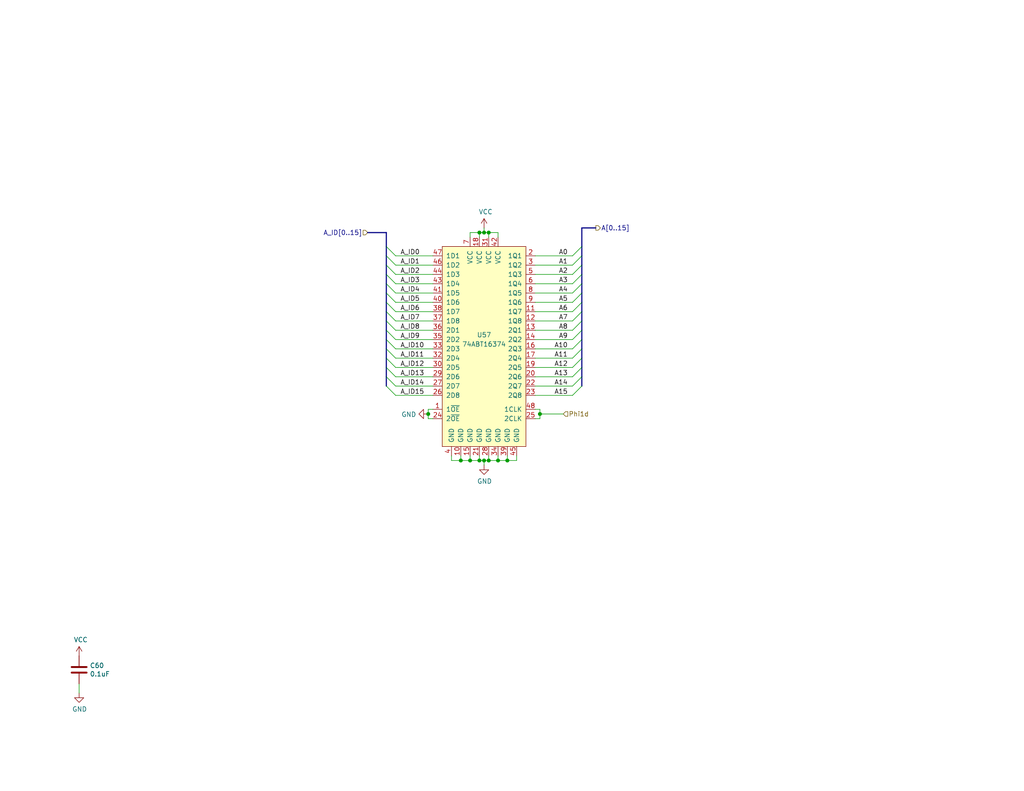
<source format=kicad_sch>
(kicad_sch (version 20250114) (generator "eeschema") (generator_version "9.0")
  (paper "USLetter")
  (title_block (date "2023-11-25") (rev "A"))
  (lib_symbols
    (symbol "Device:C" (pin_numbers (hide yes)) (pin_names (offset 0.254))
      (property "Reference" "C" (at 0.635 2.54 0))
      (property "Value" "C" (at 0.635 -2.54 0))
      (symbol "C_0_1"
        (polyline (pts (xy -2.032 0.762) (xy 2.032 0.762)) (stroke (width 0.508)))
        (polyline (pts (xy -2.032 -0.762) (xy 2.032 -0.762)) (stroke (width 0.508)))
      )
      (symbol "C_1_1"
        (pin passive line (at 0 3.81 270) (length 2.794) (name "~") (number "1"))
        (pin passive line (at 0 -3.81 90) (length 2.794) (name "~") (number "2"))
      )
    )
    (symbol "Turtle16:74ABT16374" (pin_names (offset 1.016))
      (symbol "74ABT16374_0_0"
        (pin input line (at -13.97 21.59 0) (length 2.54) (name "1D1") (number "47"))
        (pin input line (at -13.97 19.05 0) (length 2.54) (name "1D2") (number "46"))
        (pin input line (at -13.97 16.51 0) (length 2.54) (name "1D3") (number "44"))
        (pin input line (at -13.97 13.97 0) (length 2.54) (name "1D4") (number "43"))
        (pin input line (at -13.97 11.43 0) (length 2.54) (name "1D5") (number "41"))
        (pin input line (at -13.97 8.89 0) (length 2.54) (name "1D6") (number "40"))
        (pin input line (at -13.97 6.35 0) (length 2.54) (name "1D7") (number "38"))
        (pin input line (at -13.97 3.81 0) (length 2.54) (name "1D8") (number "37"))
        (pin input line (at -13.97 1.27 0) (length 2.54) (name "2D1") (number "36"))
        (pin input line (at -13.97 -1.27 0) (length 2.54) (name "2D2") (number "35"))
        (pin input line (at -13.97 -3.81 0) (length 2.54) (name "2D3") (number "33"))
        (pin input line (at -13.97 -6.35 0) (length 2.54) (name "2D4") (number "32"))
        (pin input line (at -13.97 -8.89 0) (length 2.54) (name "2D5") (number "30"))
        (pin input line (at -13.97 -11.43 0) (length 2.54) (name "2D6") (number "29"))
        (pin input line (at -13.97 -13.97 0) (length 2.54) (name "2D7") (number "27"))
        (pin input line (at -13.97 -16.51 0) (length 2.54) (name "2D8") (number "26"))
        (pin input line (at -13.97 -20.32 0) (length 2.54) (name "1~{OE}") (number "1"))
        (pin input line (at -13.97 -22.86 0) (length 2.54) (name "2~{OE}") (number "24"))
        (pin power_in line (at -8.89 -33.02 90) (length 2.54) (name "GND") (number "4"))
        (pin power_in line (at -6.35 -33.02 90) (length 2.54) (name "GND") (number "10"))
        (pin power_in line (at -3.81 26.67 270) (length 2.54) (name "VCC") (number "7"))
        (pin power_in line (at -3.81 -33.02 90) (length 2.54) (name "GND") (number "15"))
        (pin power_in line (at -1.27 26.67 270) (length 2.54) (name "VCC") (number "18"))
        (pin power_in line (at -1.27 -33.02 90) (length 2.54) (name "GND") (number "21"))
        (pin power_in line (at 1.27 26.67 270) (length 2.54) (name "VCC") (number "31"))
        (pin power_in line (at 1.27 -33.02 90) (length 2.54) (name "GND") (number "28"))
        (pin power_in line (at 3.81 26.67 270) (length 2.54) (name "VCC") (number "42"))
        (pin power_in line (at 3.81 -33.02 90) (length 2.54) (name "GND") (number "34"))
        (pin power_in line (at 6.35 -33.02 90) (length 2.54) (name "GND") (number "39"))
        (pin power_in line (at 8.89 -33.02 90) (length 2.54) (name "GND") (number "45"))
        (pin tri_state line (at 13.97 21.59 180) (length 2.54) (name "1Q1") (number "2"))
        (pin tri_state line (at 13.97 19.05 180) (length 2.54) (name "1Q2") (number "3"))
        (pin tri_state line (at 13.97 16.51 180) (length 2.54) (name "1Q3") (number "5"))
        (pin tri_state line (at 13.97 13.97 180) (length 2.54) (name "1Q4") (number "6"))
        (pin tri_state line (at 13.97 11.43 180) (length 2.54) (name "1Q5") (number "8"))
        (pin tri_state line (at 13.97 8.89 180) (length 2.54) (name "1Q6") (number "9"))
        (pin tri_state line (at 13.97 6.35 180) (length 2.54) (name "1Q7") (number "11"))
        (pin tri_state line (at 13.97 3.81 180) (length 2.54) (name "1Q8") (number "12"))
        (pin tri_state line (at 13.97 1.27 180) (length 2.54) (name "2Q1") (number "13"))
        (pin tri_state line (at 13.97 -1.27 180) (length 2.54) (name "2Q2") (number "14"))
        (pin tri_state line (at 13.97 -3.81 180) (length 2.54) (name "2Q3") (number "16"))
        (pin tri_state line (at 13.97 -6.35 180) (length 2.54) (name "2Q4") (number "17"))
        (pin tri_state line (at 13.97 -8.89 180) (length 2.54) (name "2Q5") (number "19"))
        (pin tri_state line (at 13.97 -11.43 180) (length 2.54) (name "2Q6") (number "20"))
        (pin tri_state line (at 13.97 -13.97 180) (length 2.54) (name "2Q7") (number "22"))
        (pin tri_state line (at 13.97 -16.51 180) (length 2.54) (name "2Q8") (number "23"))
        (pin input line (at 13.97 -20.32 180) (length 2.54) (name "1CLK") (number "48"))
        (pin input line (at 13.97 -22.86 180) (length 2.54) (name "2CLK") (number "25"))
      )
      (symbol "74ABT16374_0_1"
        (rectangle (start -11.43 24.13) (end 11.43 -30.48) (fill (type background)))
      )
    )
    (symbol "power:GND" (power) (pin_names (offset 0))
      (property "Value" "GND" (at 0 -3.81 0))
      (symbol "GND_0_1"
        (polyline (pts (xy 0 0) (xy 0 -1.27) (xy 1.27 -1.27) (xy 0 -2.54) (xy -1.27 -1.27) (xy 0 -1.27)))
      )
      (symbol "GND_1_1"
        (pin power_in line (at 0 0 270) (length 0) (hide yes) (name "GND") (number "1"))
      )
    )
    (symbol "power:VCC" (power) (pin_names (offset 0))
      (property "Value" "VCC" (at 0 3.81 0))
      (symbol "VCC_0_1"
        (polyline (pts (xy -0.762 1.27) (xy 0 2.54)))
        (polyline (pts (xy 0 2.54) (xy 0.762 1.27)))
        (polyline (pts (xy 0 0) (xy 0 2.54)))
      )
      (symbol "VCC_1_1"
        (pin power_in line (at 0 0 90) (length 0) (hide yes) (name "VCC") (number "1"))
      )
    )
  )
  (junction (at 133.35 125.73))
  (junction (at 132.08 63.5))
  (junction (at 128.27 125.73))
  (junction (at 132.08 125.73))
  (junction (at 133.35 63.5))
  (junction (at 138.43 125.73))
  (junction (at 135.89 125.73))
  (junction (at 125.73 125.73))
  (junction (at 147.32 113.03))
  (junction (at 130.81 125.73))
  (junction (at 130.81 63.5))
  (junction (at 116.84 113.03))
  (bus_entry (at 105.41 90.17) (size 2.54 2.54))
  (bus_entry (at 105.41 80.01) (size 2.54 2.54))
  (bus_entry (at 105.41 95.25) (size 2.54 2.54))
  (bus_entry (at 105.41 105.41) (size 2.54 2.54))
  (bus_entry (at 105.41 100.33) (size 2.54 2.54))
  (bus_entry (at 105.41 82.55) (size 2.54 2.54))
  (bus_entry (at 158.75 67.31) (size -2.54 2.54))
  (bus_entry (at 158.75 102.87) (size -2.54 2.54))
  (bus_entry (at 105.41 97.79) (size 2.54 2.54))
  (bus_entry (at 105.41 74.93) (size 2.54 2.54))
  (bus_entry (at 158.75 97.79) (size -2.54 2.54))
  (bus_entry (at 158.75 80.01) (size -2.54 2.54))
  (bus_entry (at 105.41 67.31) (size 2.54 2.54))
  (bus_entry (at 158.75 77.47) (size -2.54 2.54))
  (bus_entry (at 158.75 72.39) (size -2.54 2.54))
  (bus_entry (at 158.75 74.93) (size -2.54 2.54))
  (bus_entry (at 105.41 102.87) (size 2.54 2.54))
  (bus_entry (at 158.75 95.25) (size -2.54 2.54))
  (bus_entry (at 105.41 92.71) (size 2.54 2.54))
  (bus_entry (at 158.75 105.41) (size -2.54 2.54))
  (bus_entry (at 158.75 92.71) (size -2.54 2.54))
  (bus_entry (at 158.75 87.63) (size -2.54 2.54))
  (bus_entry (at 105.41 77.47) (size 2.54 2.54))
  (bus_entry (at 105.41 69.85) (size 2.54 2.54))
  (bus_entry (at 158.75 90.17) (size -2.54 2.54))
  (bus_entry (at 105.41 87.63) (size 2.54 2.54))
  (bus_entry (at 158.75 100.33) (size -2.54 2.54))
  (bus_entry (at 105.41 72.39) (size 2.54 2.54))
  (bus_entry (at 105.41 85.09) (size 2.54 2.54))
  (bus_entry (at 158.75 69.85) (size -2.54 2.54))
  (bus_entry (at 158.75 85.09) (size -2.54 2.54))
  (bus_entry (at 158.75 82.55) (size -2.54 2.54))
  (bus (pts (xy 158.75 74.93) (xy 158.75 77.47)))
  (bus (pts (xy 158.75 80.01) (xy 158.75 82.55)))
  (wire (pts (xy 156.21 97.79) (xy 146.05 97.79)))
  (bus (pts (xy 105.41 72.39) (xy 105.41 74.93)))
  (wire (pts (xy 133.35 63.5) (xy 135.89 63.5)))
  (wire (pts (xy 156.21 82.55) (xy 146.05 82.55)))
  (wire (pts (xy 116.84 111.76) (xy 116.84 113.03)))
  (wire (pts (xy 107.95 97.79) (xy 118.11 97.79)))
  (wire (pts (xy 156.21 80.01) (xy 146.05 80.01)))
  (bus (pts (xy 105.41 102.87) (xy 105.41 105.41)))
  (wire (pts (xy 133.35 125.73) (xy 135.89 125.73)))
  (wire (pts (xy 156.21 74.93) (xy 146.05 74.93)))
  (wire (pts (xy 146.05 111.76) (xy 147.32 111.76)))
  (bus (pts (xy 105.41 77.47) (xy 105.41 80.01)))
  (bus (pts (xy 105.41 85.09) (xy 105.41 87.63)))
  (wire (pts (xy 156.21 105.41) (xy 146.05 105.41)))
  (wire (pts (xy 123.19 124.46) (xy 123.19 125.73)))
  (wire (pts (xy 107.95 92.71) (xy 118.11 92.71)))
  (wire (pts (xy 130.81 124.46) (xy 130.81 125.73)))
  (wire (pts (xy 138.43 124.46) (xy 138.43 125.73)))
  (wire (pts (xy 118.11 111.76) (xy 116.84 111.76)))
  (wire (pts (xy 116.84 113.03) (xy 116.84 114.3)))
  (bus (pts (xy 158.75 72.39) (xy 158.75 74.93)))
  (wire (pts (xy 156.21 72.39) (xy 146.05 72.39)))
  (bus (pts (xy 158.75 69.85) (xy 158.75 72.39)))
  (wire (pts (xy 128.27 124.46) (xy 128.27 125.73)))
  (bus (pts (xy 105.41 82.55) (xy 105.41 85.09)))
  (bus (pts (xy 158.75 87.63) (xy 158.75 90.17)))
  (wire (pts (xy 107.95 87.63) (xy 118.11 87.63)))
  (wire (pts (xy 147.32 111.76) (xy 147.32 113.03)))
  (bus (pts (xy 105.41 92.71) (xy 105.41 95.25)))
  (wire (pts (xy 107.95 69.85) (xy 118.11 69.85)))
  (wire (pts (xy 107.95 90.17) (xy 118.11 90.17)))
  (bus (pts (xy 162.56 62.23) (xy 158.75 62.23)))
  (bus (pts (xy 158.75 92.71) (xy 158.75 95.25)))
  (wire (pts (xy 107.95 95.25) (xy 118.11 95.25)))
  (wire (pts (xy 147.32 114.3) (xy 146.05 114.3)))
  (wire (pts (xy 138.43 125.73) (xy 140.97 125.73)))
  (bus (pts (xy 105.41 90.17) (xy 105.41 92.71)))
  (wire (pts (xy 107.95 80.01) (xy 118.11 80.01)))
  (wire (pts (xy 156.21 69.85) (xy 146.05 69.85)))
  (bus (pts (xy 105.41 80.01) (xy 105.41 82.55)))
  (wire (pts (xy 156.21 90.17) (xy 146.05 90.17)))
  (wire (pts (xy 132.08 125.73) (xy 132.08 127)))
  (bus (pts (xy 105.41 67.31) (xy 105.41 69.85)))
  (wire (pts (xy 128.27 63.5) (xy 130.81 63.5)))
  (bus (pts (xy 158.75 90.17) (xy 158.75 92.71)))
  (bus (pts (xy 158.75 67.31) (xy 158.75 69.85)))
  (wire (pts (xy 156.21 92.71) (xy 146.05 92.71)))
  (bus (pts (xy 158.75 100.33) (xy 158.75 102.87)))
  (bus (pts (xy 158.75 95.25) (xy 158.75 97.79)))
  (wire (pts (xy 107.95 100.33) (xy 118.11 100.33)))
  (wire (pts (xy 135.89 124.46) (xy 135.89 125.73)))
  (wire (pts (xy 132.08 125.73) (xy 133.35 125.73)))
  (wire (pts (xy 156.21 95.25) (xy 146.05 95.25)))
  (wire (pts (xy 135.89 125.73) (xy 138.43 125.73)))
  (wire (pts (xy 156.21 77.47) (xy 146.05 77.47)))
  (wire (pts (xy 107.95 105.41) (xy 118.11 105.41)))
  (wire (pts (xy 125.73 124.46) (xy 125.73 125.73)))
  (wire (pts (xy 147.32 113.03) (xy 153.67 113.03)))
  (wire (pts (xy 140.97 125.73) (xy 140.97 124.46)))
  (wire (pts (xy 116.84 114.3) (xy 118.11 114.3)))
  (wire (pts (xy 133.35 64.77) (xy 133.35 63.5)))
  (wire (pts (xy 156.21 102.87) (xy 146.05 102.87)))
  (bus (pts (xy 158.75 82.55) (xy 158.75 85.09)))
  (wire (pts (xy 156.21 85.09) (xy 146.05 85.09)))
  (wire (pts (xy 130.81 63.5) (xy 132.08 63.5)))
  (bus (pts (xy 158.75 77.47) (xy 158.75 80.01)))
  (bus (pts (xy 158.75 97.79) (xy 158.75 100.33)))
  (wire (pts (xy 107.95 77.47) (xy 118.11 77.47)))
  (wire (pts (xy 123.19 125.73) (xy 125.73 125.73)))
  (wire (pts (xy 133.35 124.46) (xy 133.35 125.73)))
  (bus (pts (xy 105.41 97.79) (xy 105.41 100.33)))
  (bus (pts (xy 105.41 100.33) (xy 105.41 102.87)))
  (wire (pts (xy 107.95 107.95) (xy 118.11 107.95)))
  (wire (pts (xy 156.21 107.95) (xy 146.05 107.95)))
  (wire (pts (xy 107.95 102.87) (xy 118.11 102.87)))
  (bus (pts (xy 105.41 87.63) (xy 105.41 90.17)))
  (wire (pts (xy 156.21 87.63) (xy 146.05 87.63)))
  (bus (pts (xy 158.75 62.23) (xy 158.75 67.31)))
  (wire (pts (xy 107.95 82.55) (xy 118.11 82.55)))
  (wire (pts (xy 147.32 113.03) (xy 147.32 114.3)))
  (bus (pts (xy 158.75 102.87) (xy 158.75 105.41)))
  (wire (pts (xy 156.21 100.33) (xy 146.05 100.33)))
  (wire (pts (xy 21.59 189.23) (xy 21.59 186.69)))
  (bus (pts (xy 105.41 63.5) (xy 105.41 67.31)))
  (wire (pts (xy 132.08 63.5) (xy 133.35 63.5)))
  (bus (pts (xy 105.41 95.25) (xy 105.41 97.79)))
  (wire (pts (xy 107.95 74.93) (xy 118.11 74.93)))
  (wire (pts (xy 130.81 64.77) (xy 130.81 63.5)))
  (wire (pts (xy 128.27 64.77) (xy 128.27 63.5)))
  (wire (pts (xy 107.95 85.09) (xy 118.11 85.09)))
  (bus (pts (xy 105.41 69.85) (xy 105.41 72.39)))
  (bus (pts (xy 105.41 74.93) (xy 105.41 77.47)))
  (wire (pts (xy 125.73 125.73) (xy 128.27 125.73)))
  (wire (pts (xy 107.95 72.39) (xy 118.11 72.39)))
  (wire (pts (xy 135.89 63.5) (xy 135.89 64.77)))
  (wire (pts (xy 130.81 125.73) (xy 132.08 125.73)))
  (wire (pts (xy 128.27 125.73) (xy 130.81 125.73)))
  (bus (pts (xy 158.75 85.09) (xy 158.75 87.63)))
  (bus (pts (xy 100.33 63.5) (xy 105.41 63.5)))
  (wire (pts (xy 132.08 62.23) (xy 132.08 63.5)))
  (label "A_ID8" (at 109.22 90.17 0))
  (label "A_ID12" (at 109.22 100.33 0))
  (label "A10" (at 154.94 95.25 180))
  (label "A_ID14" (at 109.22 105.41 0))
  (label "A8" (at 154.94 90.17 180))
  (label "A_ID11" (at 109.22 97.79 0))
  (label "A_ID9" (at 109.22 92.71 0))
  (label "A9" (at 154.94 92.71 180))
  (label "A3" (at 154.94 77.47 180))
  (label "A_ID1" (at 109.22 72.39 0))
  (label "A_ID15" (at 109.22 107.95 0))
  (label "A0" (at 154.94 69.85 180))
  (label "A_ID4" (at 109.22 80.01 0))
  (label "A13" (at 154.94 102.87 180))
  (label "A_ID0" (at 109.22 69.85 0))
  (label "A6" (at 154.94 85.09 180))
  (label "A12" (at 154.94 100.33 180))
  (label "A7" (at 154.94 87.63 180))
  (label "A_ID13" (at 109.22 102.87 0))
  (label "A11" (at 154.94 97.79 180))
  (label "A15" (at 154.94 107.95 180))
  (label "A_ID7" (at 109.22 87.63 0))
  (label "A_ID2" (at 109.22 74.93 0))
  (label "A14" (at 154.94 105.41 180))
  (label "A1" (at 154.94 72.39 180))
  (label "A5" (at 154.94 82.55 180))
  (label "A4" (at 154.94 80.01 180))
  (label "A_ID5" (at 109.22 82.55 0))
  (label "A_ID10" (at 109.22 95.25 0))
  (label "A2" (at 154.94 74.93 180))
  (label "A_ID6" (at 109.22 85.09 0))
  (label "A_ID3" (at 109.22 77.47 0))
  (hierarchical_label "A_ID[0..15]" (shape input) (at 100.33 63.5 180))
  (hierarchical_label "A[0..15]" (shape output) (at 162.56 62.23 0))
  (hierarchical_label "Phi1d" (shape input) (at 153.67 113.03 0))
  (symbol (lib_id "Device:C") (at 21.59 182.88 0) (unit 1)
    (property "Reference" "C60" (at 24.511 181.7116 0) (effects (justify left)))
    (property "Value" "0.1uF" (at 24.511 184.023 0) (effects (justify left)))
    (property "Footprint" "Capacitor_SMD:C_0603_1608Metric" (effects (hide yes)))
    (property "Datasheet" "https://www.mouser.com/datasheet/2/396/taiyo_yuden_12132018_mlcc11_hq_e-1510082.pdf" (effects (hide yes)))
    (property "Manufacturer" "Taiyo Yuden" (effects (hide yes)))
    (property "Manufacturer#" "EMK107B7104KAHT" (effects (hide yes)))
    (property "Mouser#" "963-EMK107B7104KAHT" (effects (hide yes)))
    (property "Digikey#" "587-6004-1-ND" (effects (hide yes)))
  )
  (symbol (lib_id "power:VCC") (at 21.59 179.07 0) (unit 1)
    (property "Reference" "#PWR0360" (effects (hide yes)))
    (property "Value" "VCC" (at 22.0218 174.6758 0))
  )
  (symbol (lib_id "power:GND") (at 21.59 189.23 0) (unit 1)
    (property "Reference" "#PWR0361" (effects (hide yes)))
    (property "Value" "GND" (at 21.717 193.6242 0))
  )
  (symbol (lib_id "power:GND") (at 116.84 113.03 270) (unit 1)
    (property "Reference" "#PWR0362" (effects (hide yes)))
    (property "Value" "GND" (at 113.5888 113.157 90) (effects (justify right)))
  )
  (symbol (lib_id "power:VCC") (at 132.08 62.23 0) (unit 1)
    (property "Reference" "#PWR0363" (effects (hide yes)))
    (property "Value" "VCC" (at 132.5118 57.8358 0))
  )
  (symbol (lib_id "power:GND") (at 132.08 127 0) (unit 1)
    (property "Reference" "#PWR0364" (effects (hide yes)))
    (property "Value" "GND" (at 132.207 131.3942 0))
  )
  (symbol (lib_id "Turtle16:74ABT16374") (at 132.08 91.44 0) (unit 1)
    (property "Reference" "U57" (at 132.08 91.44 0))
    (property "Value" "74ABT16374" (at 132.08 93.98 0))
    (property "Footprint" "Package_SO:TSSOP-48_6.1x12.5mm_P0.5mm" (effects (hide yes)))
    (property "Datasheet" "https://www.ti.com/general/docs/suppproductinfo.tsp?distId=26&gotoUrl=https://www.ti.com/lit/gpn/sn74abt16374a" (effects (hide yes)))
    (property "Manufacturer" "Texas Instruments" (effects (hide yes)))
    (property "Manufacturer#" "SN74ABT16374ADGGR" (effects (hide yes)))
    (property "Mouser#" "595-SNABT16374ADGGR" (effects (hide yes)))
    (property "Digikey#" "296-3900-1-ND" (effects (hide yes)))
  )
)
</source>
